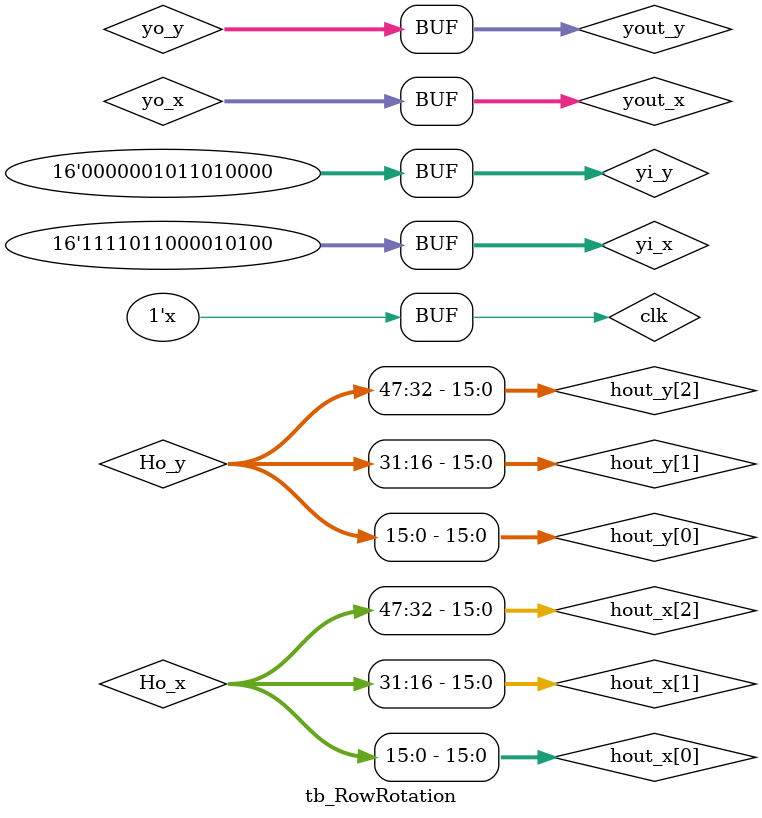
<source format=v>
`timescale 1ns / 1ps

`define WL 16


module tb_RowRotation();
    parameter N = 3;
    reg clk;
    reg signed [`WL-1:0] hin_x[0:N-1];
    reg signed [`WL-1:0] hin_y[0:N-1];
    wire signed [(`WL*N)-1:0] Hi_x;
    wire signed [(`WL*N)-1:0] Hi_y;
    reg signed [`WL-1:0] yi_x;
    reg signed [`WL-1:0] yi_y;
    wire signed [(`WL*N)-1:0] Ho_x;
    wire signed [(`WL*N)-1:0] Ho_y;
    wire signed [`WL-1:0] yo_x;
    wire signed [`WL-1:0] yo_y;
    wire signed [`WL-1:0] hout_x[0:N-1];
    wire signed [`WL-1:0] hout_y[0:N-1];
    wire signed [`WL-1:0] yout_x;
    wire signed [`WL-1:0] yout_y;
    
    RowRotation #(.N(N)) u0(
        .clk(clk),
        .Hin_x(Hi_x), .Hin_y(Hi_y),
        .Yin_x(yi_x), .Yin_y(yi_y),
        .Hout_x(Ho_x), .Hout_y(Ho_y),
        .Yout_x(yo_x), .Yout_y(yo_y)
    );
    
//    always@(posedge clk) begin
      assign {hout_x[2], hout_x[1], hout_x[0]} = Ho_x;
      assign {hout_y[2], hout_y[1], hout_y[0]} = Ho_y;
      assign yout_x = yo_x;
      assign yout_y = yo_y;
//    end
    
    assign Hi_x[`WL*N-1:0] = {hin_x[2], hin_x[1], hin_x[0]}; 
    assign Hi_y[`WL*N-1:0] = {hin_y[2], hin_y[1], hin_y[0]};
   
    initial begin
        clk <= 0;
        {hin_x[0], hin_x[1], hin_x[2]} = 0;
        {hin_y[0], hin_y[1], hin_y[2]} = 0;
        yi_x <= 0;
        yi_y <= 0;
        
        #10
        {hin_x[0], hin_x[1], hin_x[2]} <= {16'd573, -16'd921, -16'd146};
        {hin_y[0], hin_y[1], hin_y[2]} <= {16'd488, -16'd83, -16'd1257};
        yi_x <= -16'd2540;
        yi_y <= 16'd720;
        
    end
    
    always #5 clk = ~clk;

endmodule

</source>
